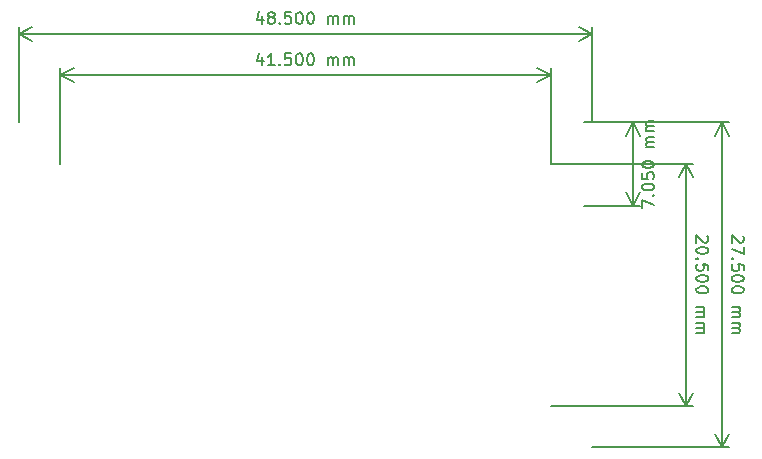
<source format=gbr>
G04 #@! TF.GenerationSoftware,KiCad,Pcbnew,5.1.6-c6e7f7d~87~ubuntu20.04.1*
G04 #@! TF.CreationDate,2020-08-21T14:16:14+01:00*
G04 #@! TF.ProjectId,hum_temp_sensor,68756d5f-7465-46d7-905f-73656e736f72,rev?*
G04 #@! TF.SameCoordinates,Original*
G04 #@! TF.FileFunction,Other,ECO1*
%FSLAX46Y46*%
G04 Gerber Fmt 4.6, Leading zero omitted, Abs format (unit mm)*
G04 Created by KiCad (PCBNEW 5.1.6-c6e7f7d~87~ubuntu20.04.1) date 2020-08-21 14:16:14*
%MOMM*%
%LPD*%
G01*
G04 APERTURE LIST*
%ADD10C,0.150000*%
G04 APERTURE END LIST*
D10*
X138252380Y-102739285D02*
X138252380Y-102072619D01*
X139252380Y-102501190D01*
X139157142Y-101691666D02*
X139204761Y-101644047D01*
X139252380Y-101691666D01*
X139204761Y-101739285D01*
X139157142Y-101691666D01*
X139252380Y-101691666D01*
X138252380Y-101025000D02*
X138252380Y-100929761D01*
X138300000Y-100834523D01*
X138347619Y-100786904D01*
X138442857Y-100739285D01*
X138633333Y-100691666D01*
X138871428Y-100691666D01*
X139061904Y-100739285D01*
X139157142Y-100786904D01*
X139204761Y-100834523D01*
X139252380Y-100929761D01*
X139252380Y-101025000D01*
X139204761Y-101120238D01*
X139157142Y-101167857D01*
X139061904Y-101215476D01*
X138871428Y-101263095D01*
X138633333Y-101263095D01*
X138442857Y-101215476D01*
X138347619Y-101167857D01*
X138300000Y-101120238D01*
X138252380Y-101025000D01*
X138252380Y-99786904D02*
X138252380Y-100263095D01*
X138728571Y-100310714D01*
X138680952Y-100263095D01*
X138633333Y-100167857D01*
X138633333Y-99929761D01*
X138680952Y-99834523D01*
X138728571Y-99786904D01*
X138823809Y-99739285D01*
X139061904Y-99739285D01*
X139157142Y-99786904D01*
X139204761Y-99834523D01*
X139252380Y-99929761D01*
X139252380Y-100167857D01*
X139204761Y-100263095D01*
X139157142Y-100310714D01*
X138252380Y-99120238D02*
X138252380Y-99025000D01*
X138300000Y-98929761D01*
X138347619Y-98882142D01*
X138442857Y-98834523D01*
X138633333Y-98786904D01*
X138871428Y-98786904D01*
X139061904Y-98834523D01*
X139157142Y-98882142D01*
X139204761Y-98929761D01*
X139252380Y-99025000D01*
X139252380Y-99120238D01*
X139204761Y-99215476D01*
X139157142Y-99263095D01*
X139061904Y-99310714D01*
X138871428Y-99358333D01*
X138633333Y-99358333D01*
X138442857Y-99310714D01*
X138347619Y-99263095D01*
X138300000Y-99215476D01*
X138252380Y-99120238D01*
X139252380Y-97596428D02*
X138585714Y-97596428D01*
X138680952Y-97596428D02*
X138633333Y-97548809D01*
X138585714Y-97453571D01*
X138585714Y-97310714D01*
X138633333Y-97215476D01*
X138728571Y-97167857D01*
X139252380Y-97167857D01*
X138728571Y-97167857D02*
X138633333Y-97120238D01*
X138585714Y-97025000D01*
X138585714Y-96882142D01*
X138633333Y-96786904D01*
X138728571Y-96739285D01*
X139252380Y-96739285D01*
X139252380Y-96263095D02*
X138585714Y-96263095D01*
X138680952Y-96263095D02*
X138633333Y-96215476D01*
X138585714Y-96120238D01*
X138585714Y-95977380D01*
X138633333Y-95882142D01*
X138728571Y-95834523D01*
X139252380Y-95834523D01*
X138728571Y-95834523D02*
X138633333Y-95786904D01*
X138585714Y-95691666D01*
X138585714Y-95548809D01*
X138633333Y-95453571D01*
X138728571Y-95405952D01*
X139252380Y-95405952D01*
X137500000Y-102550000D02*
X137500000Y-95500000D01*
X133350000Y-102550000D02*
X138086421Y-102550000D01*
X133350000Y-95500000D02*
X138086421Y-95500000D01*
X137500000Y-95500000D02*
X138086421Y-96626504D01*
X137500000Y-95500000D02*
X136913579Y-96626504D01*
X137500000Y-102550000D02*
X138086421Y-101423496D01*
X137500000Y-102550000D02*
X136913579Y-101423496D01*
X143752380Y-105107142D02*
X143800000Y-105154761D01*
X143847619Y-105250000D01*
X143847619Y-105488095D01*
X143800000Y-105583333D01*
X143752380Y-105630952D01*
X143657142Y-105678571D01*
X143561904Y-105678571D01*
X143419047Y-105630952D01*
X142847619Y-105059523D01*
X142847619Y-105678571D01*
X143847619Y-106297619D02*
X143847619Y-106392857D01*
X143800000Y-106488095D01*
X143752380Y-106535714D01*
X143657142Y-106583333D01*
X143466666Y-106630952D01*
X143228571Y-106630952D01*
X143038095Y-106583333D01*
X142942857Y-106535714D01*
X142895238Y-106488095D01*
X142847619Y-106392857D01*
X142847619Y-106297619D01*
X142895238Y-106202380D01*
X142942857Y-106154761D01*
X143038095Y-106107142D01*
X143228571Y-106059523D01*
X143466666Y-106059523D01*
X143657142Y-106107142D01*
X143752380Y-106154761D01*
X143800000Y-106202380D01*
X143847619Y-106297619D01*
X142942857Y-107059523D02*
X142895238Y-107107142D01*
X142847619Y-107059523D01*
X142895238Y-107011904D01*
X142942857Y-107059523D01*
X142847619Y-107059523D01*
X143847619Y-108011904D02*
X143847619Y-107535714D01*
X143371428Y-107488095D01*
X143419047Y-107535714D01*
X143466666Y-107630952D01*
X143466666Y-107869047D01*
X143419047Y-107964285D01*
X143371428Y-108011904D01*
X143276190Y-108059523D01*
X143038095Y-108059523D01*
X142942857Y-108011904D01*
X142895238Y-107964285D01*
X142847619Y-107869047D01*
X142847619Y-107630952D01*
X142895238Y-107535714D01*
X142942857Y-107488095D01*
X143847619Y-108678571D02*
X143847619Y-108773809D01*
X143800000Y-108869047D01*
X143752380Y-108916666D01*
X143657142Y-108964285D01*
X143466666Y-109011904D01*
X143228571Y-109011904D01*
X143038095Y-108964285D01*
X142942857Y-108916666D01*
X142895238Y-108869047D01*
X142847619Y-108773809D01*
X142847619Y-108678571D01*
X142895238Y-108583333D01*
X142942857Y-108535714D01*
X143038095Y-108488095D01*
X143228571Y-108440476D01*
X143466666Y-108440476D01*
X143657142Y-108488095D01*
X143752380Y-108535714D01*
X143800000Y-108583333D01*
X143847619Y-108678571D01*
X143847619Y-109630952D02*
X143847619Y-109726190D01*
X143800000Y-109821428D01*
X143752380Y-109869047D01*
X143657142Y-109916666D01*
X143466666Y-109964285D01*
X143228571Y-109964285D01*
X143038095Y-109916666D01*
X142942857Y-109869047D01*
X142895238Y-109821428D01*
X142847619Y-109726190D01*
X142847619Y-109630952D01*
X142895238Y-109535714D01*
X142942857Y-109488095D01*
X143038095Y-109440476D01*
X143228571Y-109392857D01*
X143466666Y-109392857D01*
X143657142Y-109440476D01*
X143752380Y-109488095D01*
X143800000Y-109535714D01*
X143847619Y-109630952D01*
X142847619Y-111154761D02*
X143514285Y-111154761D01*
X143419047Y-111154761D02*
X143466666Y-111202380D01*
X143514285Y-111297619D01*
X143514285Y-111440476D01*
X143466666Y-111535714D01*
X143371428Y-111583333D01*
X142847619Y-111583333D01*
X143371428Y-111583333D02*
X143466666Y-111630952D01*
X143514285Y-111726190D01*
X143514285Y-111869047D01*
X143466666Y-111964285D01*
X143371428Y-112011904D01*
X142847619Y-112011904D01*
X142847619Y-112488095D02*
X143514285Y-112488095D01*
X143419047Y-112488095D02*
X143466666Y-112535714D01*
X143514285Y-112630952D01*
X143514285Y-112773809D01*
X143466666Y-112869047D01*
X143371428Y-112916666D01*
X142847619Y-112916666D01*
X143371428Y-112916666D02*
X143466666Y-112964285D01*
X143514285Y-113059523D01*
X143514285Y-113202380D01*
X143466666Y-113297619D01*
X143371428Y-113345238D01*
X142847619Y-113345238D01*
X142000000Y-99000000D02*
X142000000Y-119500000D01*
X130500000Y-99000000D02*
X142586421Y-99000000D01*
X130500000Y-119500000D02*
X142586421Y-119500000D01*
X142000000Y-119500000D02*
X141413579Y-118373496D01*
X142000000Y-119500000D02*
X142586421Y-118373496D01*
X142000000Y-99000000D02*
X141413579Y-100126504D01*
X142000000Y-99000000D02*
X142586421Y-100126504D01*
X146752380Y-105107142D02*
X146800000Y-105154761D01*
X146847619Y-105250000D01*
X146847619Y-105488095D01*
X146800000Y-105583333D01*
X146752380Y-105630952D01*
X146657142Y-105678571D01*
X146561904Y-105678571D01*
X146419047Y-105630952D01*
X145847619Y-105059523D01*
X145847619Y-105678571D01*
X146847619Y-106011904D02*
X146847619Y-106678571D01*
X145847619Y-106250000D01*
X145942857Y-107059523D02*
X145895238Y-107107142D01*
X145847619Y-107059523D01*
X145895238Y-107011904D01*
X145942857Y-107059523D01*
X145847619Y-107059523D01*
X146847619Y-108011904D02*
X146847619Y-107535714D01*
X146371428Y-107488095D01*
X146419047Y-107535714D01*
X146466666Y-107630952D01*
X146466666Y-107869047D01*
X146419047Y-107964285D01*
X146371428Y-108011904D01*
X146276190Y-108059523D01*
X146038095Y-108059523D01*
X145942857Y-108011904D01*
X145895238Y-107964285D01*
X145847619Y-107869047D01*
X145847619Y-107630952D01*
X145895238Y-107535714D01*
X145942857Y-107488095D01*
X146847619Y-108678571D02*
X146847619Y-108773809D01*
X146800000Y-108869047D01*
X146752380Y-108916666D01*
X146657142Y-108964285D01*
X146466666Y-109011904D01*
X146228571Y-109011904D01*
X146038095Y-108964285D01*
X145942857Y-108916666D01*
X145895238Y-108869047D01*
X145847619Y-108773809D01*
X145847619Y-108678571D01*
X145895238Y-108583333D01*
X145942857Y-108535714D01*
X146038095Y-108488095D01*
X146228571Y-108440476D01*
X146466666Y-108440476D01*
X146657142Y-108488095D01*
X146752380Y-108535714D01*
X146800000Y-108583333D01*
X146847619Y-108678571D01*
X146847619Y-109630952D02*
X146847619Y-109726190D01*
X146800000Y-109821428D01*
X146752380Y-109869047D01*
X146657142Y-109916666D01*
X146466666Y-109964285D01*
X146228571Y-109964285D01*
X146038095Y-109916666D01*
X145942857Y-109869047D01*
X145895238Y-109821428D01*
X145847619Y-109726190D01*
X145847619Y-109630952D01*
X145895238Y-109535714D01*
X145942857Y-109488095D01*
X146038095Y-109440476D01*
X146228571Y-109392857D01*
X146466666Y-109392857D01*
X146657142Y-109440476D01*
X146752380Y-109488095D01*
X146800000Y-109535714D01*
X146847619Y-109630952D01*
X145847619Y-111154761D02*
X146514285Y-111154761D01*
X146419047Y-111154761D02*
X146466666Y-111202380D01*
X146514285Y-111297619D01*
X146514285Y-111440476D01*
X146466666Y-111535714D01*
X146371428Y-111583333D01*
X145847619Y-111583333D01*
X146371428Y-111583333D02*
X146466666Y-111630952D01*
X146514285Y-111726190D01*
X146514285Y-111869047D01*
X146466666Y-111964285D01*
X146371428Y-112011904D01*
X145847619Y-112011904D01*
X145847619Y-112488095D02*
X146514285Y-112488095D01*
X146419047Y-112488095D02*
X146466666Y-112535714D01*
X146514285Y-112630952D01*
X146514285Y-112773809D01*
X146466666Y-112869047D01*
X146371428Y-112916666D01*
X145847619Y-112916666D01*
X146371428Y-112916666D02*
X146466666Y-112964285D01*
X146514285Y-113059523D01*
X146514285Y-113202380D01*
X146466666Y-113297619D01*
X146371428Y-113345238D01*
X145847619Y-113345238D01*
X145000000Y-95500000D02*
X145000000Y-123000000D01*
X134000000Y-95500000D02*
X145586421Y-95500000D01*
X134000000Y-123000000D02*
X145586421Y-123000000D01*
X145000000Y-123000000D02*
X144413579Y-121873496D01*
X145000000Y-123000000D02*
X145586421Y-121873496D01*
X145000000Y-95500000D02*
X144413579Y-96626504D01*
X145000000Y-95500000D02*
X145586421Y-96626504D01*
X106083333Y-89985714D02*
X106083333Y-90652380D01*
X105845238Y-89604761D02*
X105607142Y-90319047D01*
X106226190Y-90319047D01*
X107130952Y-90652380D02*
X106559523Y-90652380D01*
X106845238Y-90652380D02*
X106845238Y-89652380D01*
X106750000Y-89795238D01*
X106654761Y-89890476D01*
X106559523Y-89938095D01*
X107559523Y-90557142D02*
X107607142Y-90604761D01*
X107559523Y-90652380D01*
X107511904Y-90604761D01*
X107559523Y-90557142D01*
X107559523Y-90652380D01*
X108511904Y-89652380D02*
X108035714Y-89652380D01*
X107988095Y-90128571D01*
X108035714Y-90080952D01*
X108130952Y-90033333D01*
X108369047Y-90033333D01*
X108464285Y-90080952D01*
X108511904Y-90128571D01*
X108559523Y-90223809D01*
X108559523Y-90461904D01*
X108511904Y-90557142D01*
X108464285Y-90604761D01*
X108369047Y-90652380D01*
X108130952Y-90652380D01*
X108035714Y-90604761D01*
X107988095Y-90557142D01*
X109178571Y-89652380D02*
X109273809Y-89652380D01*
X109369047Y-89700000D01*
X109416666Y-89747619D01*
X109464285Y-89842857D01*
X109511904Y-90033333D01*
X109511904Y-90271428D01*
X109464285Y-90461904D01*
X109416666Y-90557142D01*
X109369047Y-90604761D01*
X109273809Y-90652380D01*
X109178571Y-90652380D01*
X109083333Y-90604761D01*
X109035714Y-90557142D01*
X108988095Y-90461904D01*
X108940476Y-90271428D01*
X108940476Y-90033333D01*
X108988095Y-89842857D01*
X109035714Y-89747619D01*
X109083333Y-89700000D01*
X109178571Y-89652380D01*
X110130952Y-89652380D02*
X110226190Y-89652380D01*
X110321428Y-89700000D01*
X110369047Y-89747619D01*
X110416666Y-89842857D01*
X110464285Y-90033333D01*
X110464285Y-90271428D01*
X110416666Y-90461904D01*
X110369047Y-90557142D01*
X110321428Y-90604761D01*
X110226190Y-90652380D01*
X110130952Y-90652380D01*
X110035714Y-90604761D01*
X109988095Y-90557142D01*
X109940476Y-90461904D01*
X109892857Y-90271428D01*
X109892857Y-90033333D01*
X109940476Y-89842857D01*
X109988095Y-89747619D01*
X110035714Y-89700000D01*
X110130952Y-89652380D01*
X111654761Y-90652380D02*
X111654761Y-89985714D01*
X111654761Y-90080952D02*
X111702380Y-90033333D01*
X111797619Y-89985714D01*
X111940476Y-89985714D01*
X112035714Y-90033333D01*
X112083333Y-90128571D01*
X112083333Y-90652380D01*
X112083333Y-90128571D02*
X112130952Y-90033333D01*
X112226190Y-89985714D01*
X112369047Y-89985714D01*
X112464285Y-90033333D01*
X112511904Y-90128571D01*
X112511904Y-90652380D01*
X112988095Y-90652380D02*
X112988095Y-89985714D01*
X112988095Y-90080952D02*
X113035714Y-90033333D01*
X113130952Y-89985714D01*
X113273809Y-89985714D01*
X113369047Y-90033333D01*
X113416666Y-90128571D01*
X113416666Y-90652380D01*
X113416666Y-90128571D02*
X113464285Y-90033333D01*
X113559523Y-89985714D01*
X113702380Y-89985714D01*
X113797619Y-90033333D01*
X113845238Y-90128571D01*
X113845238Y-90652380D01*
X89000000Y-91500000D02*
X130500000Y-91500000D01*
X89000000Y-99000000D02*
X89000000Y-90913579D01*
X130500000Y-99000000D02*
X130500000Y-90913579D01*
X130500000Y-91500000D02*
X129373496Y-92086421D01*
X130500000Y-91500000D02*
X129373496Y-90913579D01*
X89000000Y-91500000D02*
X90126504Y-92086421D01*
X89000000Y-91500000D02*
X90126504Y-90913579D01*
X106083333Y-86485714D02*
X106083333Y-87152380D01*
X105845238Y-86104761D02*
X105607142Y-86819047D01*
X106226190Y-86819047D01*
X106750000Y-86580952D02*
X106654761Y-86533333D01*
X106607142Y-86485714D01*
X106559523Y-86390476D01*
X106559523Y-86342857D01*
X106607142Y-86247619D01*
X106654761Y-86200000D01*
X106750000Y-86152380D01*
X106940476Y-86152380D01*
X107035714Y-86200000D01*
X107083333Y-86247619D01*
X107130952Y-86342857D01*
X107130952Y-86390476D01*
X107083333Y-86485714D01*
X107035714Y-86533333D01*
X106940476Y-86580952D01*
X106750000Y-86580952D01*
X106654761Y-86628571D01*
X106607142Y-86676190D01*
X106559523Y-86771428D01*
X106559523Y-86961904D01*
X106607142Y-87057142D01*
X106654761Y-87104761D01*
X106750000Y-87152380D01*
X106940476Y-87152380D01*
X107035714Y-87104761D01*
X107083333Y-87057142D01*
X107130952Y-86961904D01*
X107130952Y-86771428D01*
X107083333Y-86676190D01*
X107035714Y-86628571D01*
X106940476Y-86580952D01*
X107559523Y-87057142D02*
X107607142Y-87104761D01*
X107559523Y-87152380D01*
X107511904Y-87104761D01*
X107559523Y-87057142D01*
X107559523Y-87152380D01*
X108511904Y-86152380D02*
X108035714Y-86152380D01*
X107988095Y-86628571D01*
X108035714Y-86580952D01*
X108130952Y-86533333D01*
X108369047Y-86533333D01*
X108464285Y-86580952D01*
X108511904Y-86628571D01*
X108559523Y-86723809D01*
X108559523Y-86961904D01*
X108511904Y-87057142D01*
X108464285Y-87104761D01*
X108369047Y-87152380D01*
X108130952Y-87152380D01*
X108035714Y-87104761D01*
X107988095Y-87057142D01*
X109178571Y-86152380D02*
X109273809Y-86152380D01*
X109369047Y-86200000D01*
X109416666Y-86247619D01*
X109464285Y-86342857D01*
X109511904Y-86533333D01*
X109511904Y-86771428D01*
X109464285Y-86961904D01*
X109416666Y-87057142D01*
X109369047Y-87104761D01*
X109273809Y-87152380D01*
X109178571Y-87152380D01*
X109083333Y-87104761D01*
X109035714Y-87057142D01*
X108988095Y-86961904D01*
X108940476Y-86771428D01*
X108940476Y-86533333D01*
X108988095Y-86342857D01*
X109035714Y-86247619D01*
X109083333Y-86200000D01*
X109178571Y-86152380D01*
X110130952Y-86152380D02*
X110226190Y-86152380D01*
X110321428Y-86200000D01*
X110369047Y-86247619D01*
X110416666Y-86342857D01*
X110464285Y-86533333D01*
X110464285Y-86771428D01*
X110416666Y-86961904D01*
X110369047Y-87057142D01*
X110321428Y-87104761D01*
X110226190Y-87152380D01*
X110130952Y-87152380D01*
X110035714Y-87104761D01*
X109988095Y-87057142D01*
X109940476Y-86961904D01*
X109892857Y-86771428D01*
X109892857Y-86533333D01*
X109940476Y-86342857D01*
X109988095Y-86247619D01*
X110035714Y-86200000D01*
X110130952Y-86152380D01*
X111654761Y-87152380D02*
X111654761Y-86485714D01*
X111654761Y-86580952D02*
X111702380Y-86533333D01*
X111797619Y-86485714D01*
X111940476Y-86485714D01*
X112035714Y-86533333D01*
X112083333Y-86628571D01*
X112083333Y-87152380D01*
X112083333Y-86628571D02*
X112130952Y-86533333D01*
X112226190Y-86485714D01*
X112369047Y-86485714D01*
X112464285Y-86533333D01*
X112511904Y-86628571D01*
X112511904Y-87152380D01*
X112988095Y-87152380D02*
X112988095Y-86485714D01*
X112988095Y-86580952D02*
X113035714Y-86533333D01*
X113130952Y-86485714D01*
X113273809Y-86485714D01*
X113369047Y-86533333D01*
X113416666Y-86628571D01*
X113416666Y-87152380D01*
X113416666Y-86628571D02*
X113464285Y-86533333D01*
X113559523Y-86485714D01*
X113702380Y-86485714D01*
X113797619Y-86533333D01*
X113845238Y-86628571D01*
X113845238Y-87152380D01*
X85500000Y-88000000D02*
X134000000Y-88000000D01*
X85500000Y-95500000D02*
X85500000Y-87413579D01*
X134000000Y-95500000D02*
X134000000Y-87413579D01*
X134000000Y-88000000D02*
X132873496Y-88586421D01*
X134000000Y-88000000D02*
X132873496Y-87413579D01*
X85500000Y-88000000D02*
X86626504Y-88586421D01*
X85500000Y-88000000D02*
X86626504Y-87413579D01*
M02*

</source>
